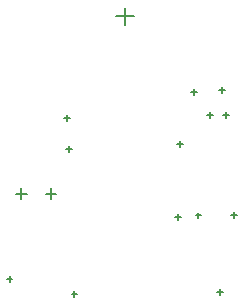
<source format=gbr>
%TF.GenerationSoftware,Altium Limited,Altium Designer,18.1.9 (240)*%
G04 Layer_Color=128*
%FSLAX45Y45*%
%MOMM*%
%TF.FileFunction,Drillmap*%
%TF.Part,Single*%
G01*
G75*
%TA.AperFunction,NonConductor*%
%ADD52C,0.12700*%
D52*
X180000Y1525000D02*
X270000D01*
X225000Y1480000D02*
Y1570000D01*
X430000Y1525000D02*
X520000D01*
X475000Y1480000D02*
Y1570000D01*
X1542500Y1942500D02*
X1592500D01*
X1567500Y1917500D02*
Y1967500D01*
X1700000Y1340000D02*
X1750000D01*
X1725000Y1315000D02*
Y1365000D01*
X1883100Y691900D02*
X1933100D01*
X1908100Y666900D02*
Y716900D01*
X2000000Y1344499D02*
X2050000D01*
X2025000Y1319500D02*
Y1369499D01*
X600000Y1902847D02*
X650000D01*
X625000Y1877847D02*
Y1927847D01*
X100000Y800000D02*
X150000D01*
X125000Y775000D02*
Y825000D01*
X1530000Y1325000D02*
X1580000D01*
X1555000Y1300000D02*
Y1350000D01*
X650000Y675000D02*
X700000D01*
X675000Y650000D02*
Y700000D01*
X590000Y2167847D02*
X640000D01*
X615000Y2142847D02*
Y2192847D01*
X1899996Y2399995D02*
X1949996D01*
X1924996Y2374995D02*
Y2424995D01*
X1665000Y2382847D02*
X1715000D01*
X1690000Y2357847D02*
Y2407847D01*
X1800000Y2192847D02*
X1850000D01*
X1825000Y2167847D02*
Y2217847D01*
X1935000Y2192847D02*
X1985000D01*
X1960000Y2167847D02*
Y2217847D01*
X1025000Y3025000D02*
X1175000D01*
X1100000Y2950000D02*
Y3100000D01*
%TF.MD5,f9d015fb8bcf3da60ee87460297ee153*%
M02*

</source>
